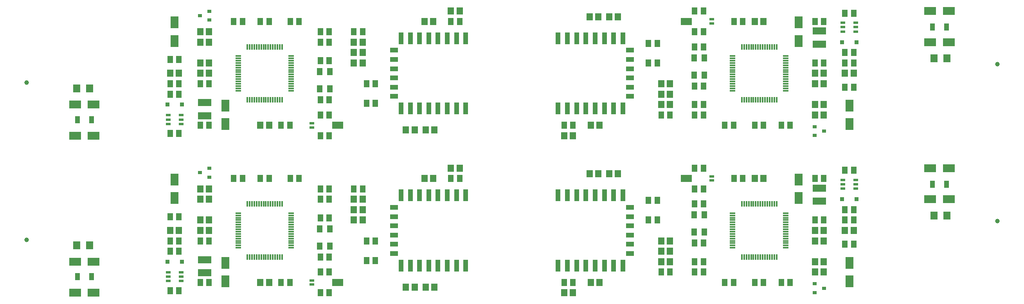
<source format=gtp>
G04*
G04 #@! TF.GenerationSoftware,Altium Limited,Altium Designer,19.1.5 (86)*
G04*
G04 Layer_Color=8421504*
%FSLAX25Y25*%
%MOIN*%
G70*
G01*
G75*
%ADD10C,0.03937*%
%ADD11R,0.05315X0.05906*%
%ADD12R,0.05118X0.05906*%
%ADD13R,0.07087X0.03937*%
%ADD14R,0.03937X0.09843*%
%ADD15R,0.04331X0.02362*%
%ADD16R,0.09449X0.05906*%
%ADD17R,0.01181X0.04724*%
%ADD18R,0.04724X0.01181*%
%ADD19R,0.03543X0.03150*%
%ADD20R,0.06693X0.09843*%
%ADD21R,0.03543X0.03740*%
%ADD22R,0.06299X0.07087*%
%ADD23R,0.09843X0.06693*%
%ADD24R,0.11811X0.06102*%
%ADD25R,0.03937X0.06299*%
%ADD26R,0.04921X0.06299*%
%ADD37R,0.01181X0.04724*%
D10*
X7874Y59055D02*
D03*
Y192913D02*
D03*
X834646Y208661D02*
D03*
Y74803D02*
D03*
D11*
X347638Y18701D02*
D03*
X355118D02*
D03*
X338386D02*
D03*
X330906D02*
D03*
X376772Y120079D02*
D03*
X369291D02*
D03*
X346654Y111221D02*
D03*
X354134D02*
D03*
X294094Y93504D02*
D03*
X286614D02*
D03*
X294094Y84646D02*
D03*
X286614D02*
D03*
X286614Y75787D02*
D03*
X294094D02*
D03*
X206890Y22638D02*
D03*
X214370D02*
D03*
X163189Y93504D02*
D03*
X155709D02*
D03*
X155709Y102362D02*
D03*
X163189D02*
D03*
X155709Y75787D02*
D03*
X163189D02*
D03*
X155709Y66929D02*
D03*
X163189D02*
D03*
X137598Y66929D02*
D03*
X130118D02*
D03*
X347638Y152559D02*
D03*
X355118D02*
D03*
X338386D02*
D03*
X330906D02*
D03*
X376772Y253937D02*
D03*
X369291D02*
D03*
X346654Y245079D02*
D03*
X354134D02*
D03*
X294094Y227362D02*
D03*
X286614D02*
D03*
X294094Y218504D02*
D03*
X286614D02*
D03*
X286614Y209646D02*
D03*
X294094D02*
D03*
X206890Y156496D02*
D03*
X214370D02*
D03*
X163189Y227362D02*
D03*
X155709D02*
D03*
X155709Y236221D02*
D03*
X163189D02*
D03*
X155709Y209646D02*
D03*
X163189D02*
D03*
X155709Y200787D02*
D03*
X163189D02*
D03*
X137598Y200787D02*
D03*
X130118D02*
D03*
X494882Y249016D02*
D03*
X487402D02*
D03*
X504134D02*
D03*
X511614D02*
D03*
X465748Y147638D02*
D03*
X473228D02*
D03*
X495866Y156496D02*
D03*
X488386D02*
D03*
X548425Y174213D02*
D03*
X555905D02*
D03*
X548425Y183071D02*
D03*
X555905D02*
D03*
X555905Y191929D02*
D03*
X548425D02*
D03*
X635630Y245079D02*
D03*
X628150D02*
D03*
X679331Y174213D02*
D03*
X686811D02*
D03*
X686811Y165354D02*
D03*
X679331D02*
D03*
X686811Y191929D02*
D03*
X679331D02*
D03*
X686811Y200787D02*
D03*
X679331D02*
D03*
X704921Y200787D02*
D03*
X712402D02*
D03*
X494882Y115157D02*
D03*
X487402D02*
D03*
X504134D02*
D03*
X511614D02*
D03*
X465748Y13780D02*
D03*
X473228D02*
D03*
X495866Y22638D02*
D03*
X488386D02*
D03*
X548425Y40354D02*
D03*
X555905D02*
D03*
X548425Y49213D02*
D03*
X555905D02*
D03*
X555905Y58071D02*
D03*
X548425D02*
D03*
X635630Y111221D02*
D03*
X628150D02*
D03*
X679331Y40354D02*
D03*
X686811D02*
D03*
X686811Y31496D02*
D03*
X679331D02*
D03*
X686811Y58071D02*
D03*
X679331D02*
D03*
X686811Y66929D02*
D03*
X679331D02*
D03*
X704921Y66929D02*
D03*
X712402D02*
D03*
D12*
X369291Y111221D02*
D03*
X376772D02*
D03*
X294094Y102362D02*
D03*
X286614D02*
D03*
X224606Y22638D02*
D03*
X232087D02*
D03*
X239961Y111221D02*
D03*
X232480D02*
D03*
X206890D02*
D03*
X214370D02*
D03*
X191732D02*
D03*
X184252D02*
D03*
X163189Y58071D02*
D03*
X155709D02*
D03*
Y22638D02*
D03*
X163189D02*
D03*
X130118Y49213D02*
D03*
X137598D02*
D03*
X130118Y58071D02*
D03*
X137598D02*
D03*
Y78740D02*
D03*
X130118D02*
D03*
X137598Y15748D02*
D03*
X130118D02*
D03*
X258071Y102362D02*
D03*
X265551D02*
D03*
X258071Y93504D02*
D03*
X265551D02*
D03*
X258071Y13780D02*
D03*
X265551D02*
D03*
X258071Y31496D02*
D03*
X265551D02*
D03*
X258071Y77756D02*
D03*
X265551D02*
D03*
Y44291D02*
D03*
X258071D02*
D03*
X304921Y58071D02*
D03*
X297441D02*
D03*
X304921Y41339D02*
D03*
X297441D02*
D03*
X369291Y245079D02*
D03*
X376772D02*
D03*
X294094Y236221D02*
D03*
X286614D02*
D03*
X224606Y156496D02*
D03*
X232087D02*
D03*
X239961Y245079D02*
D03*
X232480D02*
D03*
X206890D02*
D03*
X214370D02*
D03*
X191732D02*
D03*
X184252D02*
D03*
X163189Y191929D02*
D03*
X155709D02*
D03*
Y156496D02*
D03*
X163189D02*
D03*
X130118Y183071D02*
D03*
X137598D02*
D03*
X130118Y191929D02*
D03*
X137598D02*
D03*
Y212598D02*
D03*
X130118D02*
D03*
X137598Y149606D02*
D03*
X130118D02*
D03*
X258071Y236221D02*
D03*
X265551D02*
D03*
X258071Y227362D02*
D03*
X265551D02*
D03*
X258071Y147638D02*
D03*
X265551D02*
D03*
X258071Y165354D02*
D03*
X265551D02*
D03*
X258071Y211614D02*
D03*
X265551D02*
D03*
Y178150D02*
D03*
X258071D02*
D03*
X304921Y191929D02*
D03*
X297441D02*
D03*
X304921Y175197D02*
D03*
X297441D02*
D03*
X473228Y156496D02*
D03*
X465748D02*
D03*
X548425Y165354D02*
D03*
X555905D02*
D03*
X617913Y245079D02*
D03*
X610433D02*
D03*
X602559Y156496D02*
D03*
X610039D02*
D03*
X635630D02*
D03*
X628150D02*
D03*
X650787D02*
D03*
X658268D02*
D03*
X679331Y209646D02*
D03*
X686811D02*
D03*
Y245079D02*
D03*
X679331D02*
D03*
X712402Y218504D02*
D03*
X704921D02*
D03*
X712402Y209646D02*
D03*
X704921D02*
D03*
Y188976D02*
D03*
X712402D02*
D03*
X704921Y251969D02*
D03*
X712402D02*
D03*
X584449Y165354D02*
D03*
X576968D02*
D03*
X584449Y174213D02*
D03*
X576968D02*
D03*
X584449Y253937D02*
D03*
X576968D02*
D03*
X584449Y236221D02*
D03*
X576968D02*
D03*
X584449Y189961D02*
D03*
X576968D02*
D03*
Y223425D02*
D03*
X584449D02*
D03*
X537598Y209646D02*
D03*
X545079D02*
D03*
X537598Y226378D02*
D03*
X545079D02*
D03*
X473228Y22638D02*
D03*
X465748D02*
D03*
X548425Y31496D02*
D03*
X555905D02*
D03*
X617913Y111221D02*
D03*
X610433D02*
D03*
X602559Y22638D02*
D03*
X610039D02*
D03*
X635630D02*
D03*
X628150D02*
D03*
X650787D02*
D03*
X658268D02*
D03*
X679331Y75787D02*
D03*
X686811D02*
D03*
Y111221D02*
D03*
X679331D02*
D03*
X712402Y84646D02*
D03*
X704921D02*
D03*
X712402Y75787D02*
D03*
X704921D02*
D03*
Y55118D02*
D03*
X712402D02*
D03*
X704921Y118110D02*
D03*
X712402D02*
D03*
X584449Y31496D02*
D03*
X576968D02*
D03*
X584449Y40354D02*
D03*
X576968D02*
D03*
X584449Y120079D02*
D03*
X576968D02*
D03*
X584449Y102362D02*
D03*
X576968D02*
D03*
X584449Y56102D02*
D03*
X576968D02*
D03*
Y89567D02*
D03*
X584449D02*
D03*
X537598Y75787D02*
D03*
X545079D02*
D03*
X537598Y92520D02*
D03*
X545079D02*
D03*
D13*
X320866Y86614D02*
D03*
Y78740D02*
D03*
Y70866D02*
D03*
Y62992D02*
D03*
Y55118D02*
D03*
Y47244D02*
D03*
D03*
Y220472D02*
D03*
Y212598D02*
D03*
Y204724D02*
D03*
Y196850D02*
D03*
Y188976D02*
D03*
Y181102D02*
D03*
D03*
X521654Y181102D02*
D03*
Y188976D02*
D03*
Y196850D02*
D03*
Y204724D02*
D03*
Y212598D02*
D03*
Y220472D02*
D03*
D03*
Y47244D02*
D03*
Y55118D02*
D03*
Y62992D02*
D03*
Y70866D02*
D03*
Y78740D02*
D03*
Y86614D02*
D03*
D03*
D14*
X381890Y96850D02*
D03*
Y37008D02*
D03*
X374016D02*
D03*
X366142D02*
D03*
X358268D02*
D03*
X350394D02*
D03*
X342520D02*
D03*
X334646D02*
D03*
X326772D02*
D03*
Y96850D02*
D03*
X334646D02*
D03*
X342520D02*
D03*
X350394D02*
D03*
X358268D02*
D03*
X366142D02*
D03*
X374016D02*
D03*
X381890Y230709D02*
D03*
Y170866D02*
D03*
X374016D02*
D03*
X366142D02*
D03*
X358268D02*
D03*
X350394D02*
D03*
X342520D02*
D03*
X334646D02*
D03*
X326772D02*
D03*
Y230709D02*
D03*
X334646D02*
D03*
X342520D02*
D03*
X350394D02*
D03*
X358268D02*
D03*
X366142D02*
D03*
X374016D02*
D03*
X460630Y170866D02*
D03*
Y230709D02*
D03*
X468504D02*
D03*
X476378D02*
D03*
X484252D02*
D03*
X492126D02*
D03*
X500000D02*
D03*
X507874D02*
D03*
X515748D02*
D03*
Y170866D02*
D03*
X507874D02*
D03*
X500000D02*
D03*
X492126D02*
D03*
X484252D02*
D03*
X476378D02*
D03*
X468504D02*
D03*
X460630Y37008D02*
D03*
Y96850D02*
D03*
X468504D02*
D03*
X476378D02*
D03*
X484252D02*
D03*
X492126D02*
D03*
X500000D02*
D03*
X507874D02*
D03*
X515748D02*
D03*
Y37008D02*
D03*
X507874D02*
D03*
X500000D02*
D03*
X492126D02*
D03*
X484252D02*
D03*
X476378D02*
D03*
X468504D02*
D03*
D15*
X250886Y20866D02*
D03*
Y24409D02*
D03*
X128347Y31299D02*
D03*
Y27559D02*
D03*
Y23819D02*
D03*
X139370D02*
D03*
Y27559D02*
D03*
Y31299D02*
D03*
X250886Y154724D02*
D03*
Y158268D02*
D03*
X128347Y165157D02*
D03*
Y161417D02*
D03*
Y157677D02*
D03*
X139370D02*
D03*
Y161417D02*
D03*
Y165157D02*
D03*
X591634Y246850D02*
D03*
Y243307D02*
D03*
X714173Y236417D02*
D03*
Y240158D02*
D03*
Y243898D02*
D03*
X703150D02*
D03*
Y240158D02*
D03*
Y236417D02*
D03*
X591634Y112992D02*
D03*
Y109449D02*
D03*
X714173Y102559D02*
D03*
Y106299D02*
D03*
Y110039D02*
D03*
X703150D02*
D03*
Y106299D02*
D03*
Y102559D02*
D03*
D16*
X272736Y22638D02*
D03*
Y156496D02*
D03*
X569783Y245079D02*
D03*
Y111221D02*
D03*
D17*
X225394Y44291D02*
D03*
X223425D02*
D03*
X221457D02*
D03*
X219488D02*
D03*
X217520D02*
D03*
X215551D02*
D03*
X213583D02*
D03*
X211614D02*
D03*
X209646D02*
D03*
X207677D02*
D03*
X205709D02*
D03*
X203740D02*
D03*
X201772D02*
D03*
X199803D02*
D03*
X197835D02*
D03*
X195866D02*
D03*
Y89567D02*
D03*
X197835D02*
D03*
X199803D02*
D03*
X201772D02*
D03*
X203740D02*
D03*
X205709D02*
D03*
X207677D02*
D03*
X209646D02*
D03*
X211614D02*
D03*
X213583D02*
D03*
X215551D02*
D03*
X217520D02*
D03*
X219488D02*
D03*
X221457D02*
D03*
X223425D02*
D03*
X225394D02*
D03*
Y178150D02*
D03*
X223425D02*
D03*
X221457D02*
D03*
X219488D02*
D03*
X217520D02*
D03*
X215551D02*
D03*
X213583D02*
D03*
X211614D02*
D03*
X209646D02*
D03*
X207677D02*
D03*
X205709D02*
D03*
X203740D02*
D03*
X201772D02*
D03*
X199803D02*
D03*
X197835D02*
D03*
X195866D02*
D03*
Y223425D02*
D03*
X197835D02*
D03*
X199803D02*
D03*
X201772D02*
D03*
X203740D02*
D03*
X205709D02*
D03*
X207677D02*
D03*
X209646D02*
D03*
X211614D02*
D03*
X213583D02*
D03*
X215551D02*
D03*
X217520D02*
D03*
X219488D02*
D03*
X221457D02*
D03*
X223425D02*
D03*
X225394D02*
D03*
X617126Y223425D02*
D03*
X619095D02*
D03*
X621063D02*
D03*
X623032D02*
D03*
X625000D02*
D03*
X626968D02*
D03*
X628937D02*
D03*
X630905D02*
D03*
X632874D02*
D03*
X634842D02*
D03*
X636811D02*
D03*
X638779D02*
D03*
X640748D02*
D03*
X642717D02*
D03*
X644685D02*
D03*
X646654D02*
D03*
X617126Y89567D02*
D03*
X619095D02*
D03*
X621063D02*
D03*
X623032D02*
D03*
X625000D02*
D03*
X626968D02*
D03*
X628937D02*
D03*
X630905D02*
D03*
X632874D02*
D03*
X634842D02*
D03*
X636811D02*
D03*
X638779D02*
D03*
X640748D02*
D03*
X642717D02*
D03*
X644685D02*
D03*
X646654D02*
D03*
D18*
X187992Y52165D02*
D03*
Y54134D02*
D03*
Y56102D02*
D03*
Y58071D02*
D03*
Y60039D02*
D03*
Y62008D02*
D03*
Y63976D02*
D03*
Y65945D02*
D03*
Y67913D02*
D03*
Y69882D02*
D03*
Y71850D02*
D03*
Y73819D02*
D03*
Y75787D02*
D03*
Y77756D02*
D03*
Y79724D02*
D03*
Y81693D02*
D03*
X233268D02*
D03*
Y79724D02*
D03*
Y77756D02*
D03*
Y75787D02*
D03*
Y73819D02*
D03*
Y71850D02*
D03*
Y69882D02*
D03*
Y67913D02*
D03*
Y65945D02*
D03*
Y63976D02*
D03*
Y62008D02*
D03*
Y60039D02*
D03*
Y58071D02*
D03*
Y56102D02*
D03*
Y54134D02*
D03*
Y52165D02*
D03*
X187992Y186024D02*
D03*
Y187992D02*
D03*
Y189961D02*
D03*
Y191929D02*
D03*
Y193898D02*
D03*
Y195866D02*
D03*
Y197835D02*
D03*
Y199803D02*
D03*
Y201772D02*
D03*
Y203740D02*
D03*
Y205709D02*
D03*
Y207677D02*
D03*
Y209646D02*
D03*
Y211614D02*
D03*
Y213583D02*
D03*
Y215551D02*
D03*
X233268D02*
D03*
Y213583D02*
D03*
Y211614D02*
D03*
Y209646D02*
D03*
Y207677D02*
D03*
Y205709D02*
D03*
Y203740D02*
D03*
Y201772D02*
D03*
Y199803D02*
D03*
Y197835D02*
D03*
Y195866D02*
D03*
Y193898D02*
D03*
Y191929D02*
D03*
Y189961D02*
D03*
Y187992D02*
D03*
Y186024D02*
D03*
X654528Y215551D02*
D03*
Y213583D02*
D03*
Y211614D02*
D03*
Y209646D02*
D03*
Y207677D02*
D03*
Y205709D02*
D03*
Y203740D02*
D03*
Y201772D02*
D03*
Y199803D02*
D03*
Y197835D02*
D03*
Y195866D02*
D03*
Y193898D02*
D03*
Y191929D02*
D03*
Y189961D02*
D03*
Y187992D02*
D03*
Y186024D02*
D03*
X609252D02*
D03*
Y187992D02*
D03*
Y189961D02*
D03*
Y191929D02*
D03*
Y193898D02*
D03*
Y195866D02*
D03*
Y197835D02*
D03*
Y199803D02*
D03*
Y201772D02*
D03*
Y203740D02*
D03*
Y205709D02*
D03*
Y207677D02*
D03*
Y209646D02*
D03*
Y211614D02*
D03*
Y213583D02*
D03*
Y215551D02*
D03*
X654528Y81693D02*
D03*
Y79724D02*
D03*
Y77756D02*
D03*
Y75787D02*
D03*
Y73819D02*
D03*
Y71850D02*
D03*
Y69882D02*
D03*
Y67913D02*
D03*
Y65945D02*
D03*
Y63976D02*
D03*
Y62008D02*
D03*
Y60039D02*
D03*
Y58071D02*
D03*
Y56102D02*
D03*
Y54134D02*
D03*
Y52165D02*
D03*
X609252D02*
D03*
Y54134D02*
D03*
Y56102D02*
D03*
Y58071D02*
D03*
Y60039D02*
D03*
Y62008D02*
D03*
Y63976D02*
D03*
Y65945D02*
D03*
Y67913D02*
D03*
Y69882D02*
D03*
Y71850D02*
D03*
Y73819D02*
D03*
Y75787D02*
D03*
Y77756D02*
D03*
Y79724D02*
D03*
Y81693D02*
D03*
D19*
X163386Y119882D02*
D03*
X155512Y116142D02*
D03*
X163386Y112402D02*
D03*
Y253740D02*
D03*
X155512Y250000D02*
D03*
X163386Y246260D02*
D03*
X679134Y147835D02*
D03*
X687008Y151575D02*
D03*
X679134Y155315D02*
D03*
Y13976D02*
D03*
X687008Y17717D02*
D03*
X679134Y21457D02*
D03*
D20*
X177165Y39370D02*
D03*
Y23622D02*
D03*
X133858Y110236D02*
D03*
Y94488D02*
D03*
X177165Y173228D02*
D03*
Y157480D02*
D03*
X133858Y244094D02*
D03*
Y228346D02*
D03*
X665354Y228346D02*
D03*
Y244094D02*
D03*
X708661Y157480D02*
D03*
Y173228D02*
D03*
X665354Y94488D02*
D03*
Y110236D02*
D03*
X708661Y23622D02*
D03*
Y39370D02*
D03*
D21*
X140059Y40354D02*
D03*
X127657D02*
D03*
X140059Y174213D02*
D03*
X127657D02*
D03*
X702461Y227362D02*
D03*
X714862D02*
D03*
X702461Y93504D02*
D03*
X714862D02*
D03*
D22*
X50591Y54134D02*
D03*
X61614D02*
D03*
X50591Y187992D02*
D03*
X61614D02*
D03*
X791929Y213583D02*
D03*
X780905D02*
D03*
X791929Y79724D02*
D03*
X780905D02*
D03*
D23*
X49213Y40354D02*
D03*
X64961D02*
D03*
Y13780D02*
D03*
X49213D02*
D03*
Y174213D02*
D03*
X64961D02*
D03*
Y147638D02*
D03*
X49213D02*
D03*
X793307Y227362D02*
D03*
X777559D02*
D03*
Y253937D02*
D03*
X793307D02*
D03*
Y93504D02*
D03*
X777559D02*
D03*
Y120079D02*
D03*
X793307D02*
D03*
D24*
X159449Y30807D02*
D03*
Y42028D02*
D03*
Y164665D02*
D03*
Y175886D02*
D03*
X683071Y236910D02*
D03*
Y225689D02*
D03*
Y103051D02*
D03*
Y91831D02*
D03*
D25*
X51181Y27559D02*
D03*
X62992D02*
D03*
X51181Y161417D02*
D03*
X62992D02*
D03*
X791339Y240158D02*
D03*
X779528D02*
D03*
X791339Y106299D02*
D03*
X779528D02*
D03*
D26*
X266142Y53740D02*
D03*
X257480Y68307D02*
D03*
X266142D02*
D03*
X257480Y53740D02*
D03*
X266142Y187598D02*
D03*
X257480Y202165D02*
D03*
X266142D02*
D03*
X257480Y187598D02*
D03*
X576378Y213976D02*
D03*
X585039Y199409D02*
D03*
X576378D02*
D03*
X585039Y213976D02*
D03*
X576378Y80118D02*
D03*
X585039Y65551D02*
D03*
X576378D02*
D03*
X585039Y80118D02*
D03*
D37*
X646654Y178150D02*
D03*
X644685D02*
D03*
X642717D02*
D03*
X640748D02*
D03*
X638779D02*
D03*
X636811D02*
D03*
X634842D02*
D03*
X632874D02*
D03*
X630905D02*
D03*
X628937D02*
D03*
X626968D02*
D03*
X625000D02*
D03*
X623032D02*
D03*
X621063D02*
D03*
X619095D02*
D03*
X617126D02*
D03*
X646654Y44291D02*
D03*
X644685D02*
D03*
X642717D02*
D03*
X640748D02*
D03*
X638779D02*
D03*
X636811D02*
D03*
X634842D02*
D03*
X632874D02*
D03*
X630905D02*
D03*
X628937D02*
D03*
X626968D02*
D03*
X625000D02*
D03*
X623032D02*
D03*
X621063D02*
D03*
X619095D02*
D03*
X617126D02*
D03*
M02*

</source>
